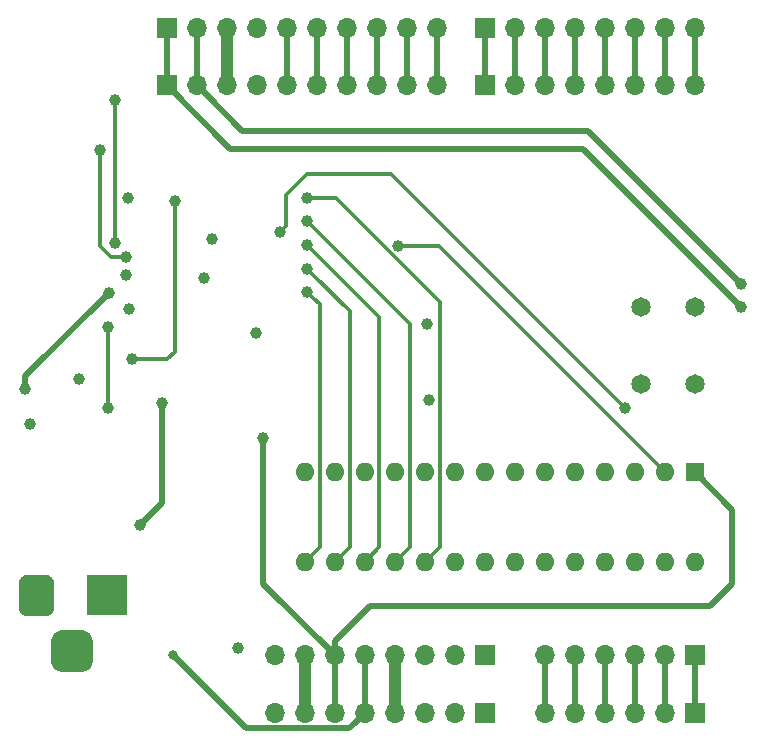
<source format=gbr>
G04 #@! TF.GenerationSoftware,KiCad,Pcbnew,(5.1.5)-3*
G04 #@! TF.CreationDate,2020-05-21T02:42:03+09:00*
G04 #@! TF.ProjectId,custom_arduino,63757374-6f6d-45f6-9172-6475696e6f2e,rev?*
G04 #@! TF.SameCoordinates,Original*
G04 #@! TF.FileFunction,Copper,L2,Bot*
G04 #@! TF.FilePolarity,Positive*
%FSLAX46Y46*%
G04 Gerber Fmt 4.6, Leading zero omitted, Abs format (unit mm)*
G04 Created by KiCad (PCBNEW (5.1.5)-3) date 2020-05-21 02:42:03*
%MOMM*%
%LPD*%
G04 APERTURE LIST*
%ADD10O,1.600000X1.600000*%
%ADD11R,1.600000X1.600000*%
%ADD12C,1.650000*%
%ADD13O,1.700000X1.700000*%
%ADD14R,1.700000X1.700000*%
%ADD15C,0.100000*%
%ADD16R,3.500000X3.500000*%
%ADD17C,1.000000*%
%ADD18C,0.800000*%
%ADD19C,0.500000*%
%ADD20C,1.000000*%
%ADD21C,0.300000*%
G04 APERTURE END LIST*
D10*
X142660000Y-101620000D03*
X109640000Y-94000000D03*
X140120000Y-101620000D03*
X112180000Y-94000000D03*
X137580000Y-101620000D03*
X114720000Y-94000000D03*
X135040000Y-101620000D03*
X117260000Y-94000000D03*
X132500000Y-101620000D03*
X119800000Y-94000000D03*
X129960000Y-101620000D03*
X122340000Y-94000000D03*
X127420000Y-101620000D03*
X124880000Y-94000000D03*
X124880000Y-101620000D03*
X127420000Y-94000000D03*
X122340000Y-101620000D03*
X129960000Y-94000000D03*
X119800000Y-101620000D03*
X132500000Y-94000000D03*
X117260000Y-101620000D03*
X135040000Y-94000000D03*
X114720000Y-101620000D03*
X137580000Y-94000000D03*
X112180000Y-101620000D03*
X140120000Y-94000000D03*
X109640000Y-101620000D03*
D11*
X142660000Y-94000000D03*
D12*
X142660000Y-80040000D03*
X142660000Y-86540000D03*
X138160000Y-80040000D03*
X138160000Y-86540000D03*
D13*
X120820000Y-56400000D03*
X118280000Y-56400000D03*
X115740000Y-56400000D03*
X113200000Y-56400000D03*
X110660000Y-56400000D03*
X108120000Y-56400000D03*
X105580000Y-56400000D03*
X103040000Y-56400000D03*
X100500000Y-56400000D03*
D14*
X97960000Y-56400000D03*
D13*
X142660000Y-56400000D03*
X140120000Y-56400000D03*
X137580000Y-56400000D03*
X135040000Y-56400000D03*
X132500000Y-56400000D03*
X129960000Y-56400000D03*
X127420000Y-56400000D03*
D14*
X124880000Y-56400000D03*
D13*
X129960000Y-114380000D03*
X132500000Y-114380000D03*
X135040000Y-114380000D03*
X137580000Y-114380000D03*
X140120000Y-114380000D03*
D14*
X142660000Y-114380000D03*
D13*
X107100000Y-114380000D03*
X109640000Y-114380000D03*
X112180000Y-114380000D03*
X114720000Y-114380000D03*
X117260000Y-114380000D03*
X119800000Y-114380000D03*
X122340000Y-114380000D03*
D14*
X124880000Y-114380000D03*
D13*
X120820000Y-61260000D03*
X118280000Y-61260000D03*
X115740000Y-61260000D03*
X113200000Y-61260000D03*
X110660000Y-61260000D03*
X108120000Y-61260000D03*
X105580000Y-61260000D03*
X103040000Y-61260000D03*
X100500000Y-61260000D03*
D14*
X97960000Y-61260000D03*
D13*
X142660000Y-61260000D03*
X140120000Y-61260000D03*
X137580000Y-61260000D03*
X135040000Y-61260000D03*
X132500000Y-61260000D03*
X129960000Y-61260000D03*
X127420000Y-61260000D03*
D14*
X124880000Y-61260000D03*
D13*
X129960000Y-109520000D03*
X132500000Y-109520000D03*
X135040000Y-109520000D03*
X137580000Y-109520000D03*
X140120000Y-109520000D03*
D14*
X142660000Y-109520000D03*
D13*
X107100000Y-109520000D03*
X109640000Y-109520000D03*
X112180000Y-109520000D03*
X114720000Y-109520000D03*
X117260000Y-109520000D03*
X119800000Y-109520000D03*
X122340000Y-109520000D03*
D14*
X124880000Y-109520000D03*
G04 #@! TA.AperFunction,ComponentPad*
D15*
G36*
X90900765Y-107394213D02*
G01*
X90985704Y-107406813D01*
X91068999Y-107427677D01*
X91149848Y-107456605D01*
X91227472Y-107493319D01*
X91301124Y-107537464D01*
X91370094Y-107588616D01*
X91433718Y-107646282D01*
X91491384Y-107709906D01*
X91542536Y-107778876D01*
X91586681Y-107852528D01*
X91623395Y-107930152D01*
X91652323Y-108011001D01*
X91673187Y-108094296D01*
X91685787Y-108179235D01*
X91690000Y-108265000D01*
X91690000Y-110015000D01*
X91685787Y-110100765D01*
X91673187Y-110185704D01*
X91652323Y-110268999D01*
X91623395Y-110349848D01*
X91586681Y-110427472D01*
X91542536Y-110501124D01*
X91491384Y-110570094D01*
X91433718Y-110633718D01*
X91370094Y-110691384D01*
X91301124Y-110742536D01*
X91227472Y-110786681D01*
X91149848Y-110823395D01*
X91068999Y-110852323D01*
X90985704Y-110873187D01*
X90900765Y-110885787D01*
X90815000Y-110890000D01*
X89065000Y-110890000D01*
X88979235Y-110885787D01*
X88894296Y-110873187D01*
X88811001Y-110852323D01*
X88730152Y-110823395D01*
X88652528Y-110786681D01*
X88578876Y-110742536D01*
X88509906Y-110691384D01*
X88446282Y-110633718D01*
X88388616Y-110570094D01*
X88337464Y-110501124D01*
X88293319Y-110427472D01*
X88256605Y-110349848D01*
X88227677Y-110268999D01*
X88206813Y-110185704D01*
X88194213Y-110100765D01*
X88190000Y-110015000D01*
X88190000Y-108265000D01*
X88194213Y-108179235D01*
X88206813Y-108094296D01*
X88227677Y-108011001D01*
X88256605Y-107930152D01*
X88293319Y-107852528D01*
X88337464Y-107778876D01*
X88388616Y-107709906D01*
X88446282Y-107646282D01*
X88509906Y-107588616D01*
X88578876Y-107537464D01*
X88652528Y-107493319D01*
X88730152Y-107456605D01*
X88811001Y-107427677D01*
X88894296Y-107406813D01*
X88979235Y-107394213D01*
X89065000Y-107390000D01*
X90815000Y-107390000D01*
X90900765Y-107394213D01*
G37*
G04 #@! TD.AperFunction*
G04 #@! TA.AperFunction,ComponentPad*
G36*
X87763513Y-102693611D02*
G01*
X87836318Y-102704411D01*
X87907714Y-102722295D01*
X87977013Y-102747090D01*
X88043548Y-102778559D01*
X88106678Y-102816398D01*
X88165795Y-102860242D01*
X88220330Y-102909670D01*
X88269758Y-102964205D01*
X88313602Y-103023322D01*
X88351441Y-103086452D01*
X88382910Y-103152987D01*
X88407705Y-103222286D01*
X88425589Y-103293682D01*
X88436389Y-103366487D01*
X88440000Y-103440000D01*
X88440000Y-105440000D01*
X88436389Y-105513513D01*
X88425589Y-105586318D01*
X88407705Y-105657714D01*
X88382910Y-105727013D01*
X88351441Y-105793548D01*
X88313602Y-105856678D01*
X88269758Y-105915795D01*
X88220330Y-105970330D01*
X88165795Y-106019758D01*
X88106678Y-106063602D01*
X88043548Y-106101441D01*
X87977013Y-106132910D01*
X87907714Y-106157705D01*
X87836318Y-106175589D01*
X87763513Y-106186389D01*
X87690000Y-106190000D01*
X86190000Y-106190000D01*
X86116487Y-106186389D01*
X86043682Y-106175589D01*
X85972286Y-106157705D01*
X85902987Y-106132910D01*
X85836452Y-106101441D01*
X85773322Y-106063602D01*
X85714205Y-106019758D01*
X85659670Y-105970330D01*
X85610242Y-105915795D01*
X85566398Y-105856678D01*
X85528559Y-105793548D01*
X85497090Y-105727013D01*
X85472295Y-105657714D01*
X85454411Y-105586318D01*
X85443611Y-105513513D01*
X85440000Y-105440000D01*
X85440000Y-103440000D01*
X85443611Y-103366487D01*
X85454411Y-103293682D01*
X85472295Y-103222286D01*
X85497090Y-103152987D01*
X85528559Y-103086452D01*
X85566398Y-103023322D01*
X85610242Y-102964205D01*
X85659670Y-102909670D01*
X85714205Y-102860242D01*
X85773322Y-102816398D01*
X85836452Y-102778559D01*
X85902987Y-102747090D01*
X85972286Y-102722295D01*
X86043682Y-102704411D01*
X86116487Y-102693611D01*
X86190000Y-102690000D01*
X87690000Y-102690000D01*
X87763513Y-102693611D01*
G37*
G04 #@! TD.AperFunction*
D16*
X92940000Y-104440000D03*
D17*
X120150000Y-87920000D03*
X94790000Y-80210000D03*
X86370000Y-89960000D03*
X90520000Y-86140000D03*
X104020000Y-108870000D03*
X105530000Y-82260000D03*
X101780000Y-74290000D03*
X94540000Y-77340000D03*
X120010000Y-81420000D03*
X94650000Y-70810000D03*
X85980000Y-87000000D03*
X93060000Y-78810000D03*
X97570000Y-88180000D03*
X95700000Y-98480000D03*
X101100000Y-77535000D03*
X106140000Y-91140000D03*
X92290000Y-66700000D03*
X94540000Y-75780000D03*
X93570000Y-74590000D03*
X93570000Y-62479998D03*
X109880000Y-70770000D03*
X98680000Y-71030000D03*
D18*
X98500000Y-109500000D03*
D17*
X94990000Y-84460000D03*
X146590000Y-78100000D03*
X146590000Y-79990000D03*
X117571048Y-74868952D03*
X107587500Y-73640000D03*
X136780001Y-88559999D03*
X109880000Y-78770000D03*
X109880000Y-76770000D03*
X109880000Y-74770000D03*
X109880000Y-72770000D03*
X93000000Y-88550000D03*
X93000000Y-81740000D03*
D19*
X85980000Y-85890000D02*
X85980000Y-87000000D01*
X93060000Y-78810000D02*
X85980000Y-85890000D01*
D20*
X109640000Y-114380000D02*
X109640000Y-109520000D01*
X117260000Y-114380000D02*
X117260000Y-109520000D01*
X103040000Y-56400000D02*
X103040000Y-61260000D01*
D19*
X97570000Y-96610000D02*
X97570000Y-88180000D01*
X95700000Y-98480000D02*
X97570000Y-96610000D01*
X106140000Y-91140000D02*
X106140000Y-103480000D01*
X106140000Y-103480000D02*
X112180000Y-109520000D01*
X112180000Y-114380000D02*
X112180000Y-109520000D01*
X143960000Y-105310000D02*
X145830000Y-103440000D01*
X115187919Y-105310000D02*
X143960000Y-105310000D01*
X145830000Y-103440000D02*
X145830000Y-97170000D01*
X112180000Y-109520000D02*
X112180000Y-108317919D01*
X112180000Y-108317919D02*
X115187919Y-105310000D01*
X145830000Y-97170000D02*
X142660000Y-94000000D01*
D21*
X92290000Y-66700000D02*
X92290000Y-74840000D01*
X93230000Y-75780000D02*
X94540000Y-75780000D01*
X92290000Y-74840000D02*
X93230000Y-75780000D01*
X93570000Y-74590000D02*
X93570000Y-62479998D01*
D19*
X108120000Y-56400000D02*
X108120000Y-61260000D01*
D21*
X121110001Y-100309999D02*
X121110001Y-79610001D01*
X121110001Y-79610001D02*
X112270000Y-70770000D01*
X119800000Y-101620000D02*
X121110001Y-100309999D01*
X110587106Y-70770000D02*
X109880000Y-70770000D01*
X112270000Y-70770000D02*
X110587106Y-70770000D01*
D19*
X98500000Y-109500000D02*
X98510000Y-109500000D01*
X114720000Y-114380000D02*
X114720000Y-109520000D01*
X98500000Y-109500000D02*
X104680001Y-115680001D01*
X113419999Y-115680001D02*
X113870001Y-115229999D01*
X104680001Y-115680001D02*
X113419999Y-115680001D01*
X113870001Y-115229999D02*
X114720000Y-114380000D01*
D21*
X98680000Y-81300000D02*
X98680000Y-71030000D01*
X98680000Y-83790000D02*
X98680000Y-81300000D01*
X94990000Y-84460000D02*
X98010000Y-84460000D01*
X98010000Y-84460000D02*
X98680000Y-83790000D01*
D19*
X129960000Y-114380000D02*
X129960000Y-109520000D01*
X132500000Y-109520000D02*
X132500000Y-114380000D01*
X135040000Y-114380000D02*
X135040000Y-109520000D01*
X137580000Y-114380000D02*
X137580000Y-109520000D01*
X100500000Y-56400000D02*
X100500000Y-61260000D01*
X140120000Y-109520000D02*
X140120000Y-114380000D01*
X101349999Y-62109999D02*
X100500000Y-61260000D01*
X104340000Y-65100000D02*
X101349999Y-62109999D01*
X133590000Y-65100000D02*
X104340000Y-65100000D01*
X146590000Y-78100000D02*
X133590000Y-65100000D01*
X97960000Y-61260000D02*
X97960000Y-56400000D01*
X142660000Y-114380000D02*
X142660000Y-109520000D01*
X133200000Y-66600000D02*
X103300000Y-66600000D01*
X103300000Y-66600000D02*
X97960000Y-61260000D01*
X146590000Y-79990000D02*
X133200000Y-66600000D01*
X142660000Y-61260000D02*
X142660000Y-56400000D01*
D21*
X140120000Y-94000000D02*
X120988952Y-74868952D01*
X118278154Y-74868952D02*
X117571048Y-74868952D01*
X120988952Y-74868952D02*
X118278154Y-74868952D01*
D19*
X140120000Y-61260000D02*
X140120000Y-56400000D01*
D21*
X108087499Y-70562501D02*
X109880000Y-68770000D01*
X109880000Y-68770000D02*
X116990002Y-68770000D01*
X107587500Y-73640000D02*
X108087499Y-73140001D01*
X116990002Y-68770000D02*
X136780001Y-88559999D01*
X108087499Y-73140001D02*
X108087499Y-70562501D01*
D19*
X137580000Y-61260000D02*
X137580000Y-56400000D01*
X135040000Y-56400000D02*
X135040000Y-61260000D01*
X132500000Y-61260000D02*
X132500000Y-56400000D01*
X129960000Y-56400000D02*
X129960000Y-61260000D01*
X127420000Y-61260000D02*
X127420000Y-56400000D01*
X124880000Y-56400000D02*
X124880000Y-61260000D01*
X120820000Y-61260000D02*
X120820000Y-56400000D01*
D21*
X110379999Y-79269999D02*
X109880000Y-78770000D01*
X110900000Y-100350000D02*
X110900000Y-79790000D01*
X109640000Y-101620000D02*
X109640000Y-101610000D01*
X110900000Y-79790000D02*
X110379999Y-79269999D01*
X109640000Y-101610000D02*
X110900000Y-100350000D01*
D19*
X118280000Y-56400000D02*
X118280000Y-61260000D01*
D21*
X113440000Y-100350000D02*
X113440000Y-80330000D01*
X113440000Y-80330000D02*
X110379999Y-77269999D01*
X112180000Y-101620000D02*
X112180000Y-101610000D01*
X110379999Y-77269999D02*
X109880000Y-76770000D01*
X112180000Y-101610000D02*
X113440000Y-100350000D01*
D19*
X115740000Y-61260000D02*
X115740000Y-56400000D01*
D21*
X115970000Y-80860000D02*
X110379999Y-75269999D01*
X114720000Y-101620000D02*
X115970000Y-100370000D01*
X110379999Y-75269999D02*
X109880000Y-74770000D01*
X115970000Y-100370000D02*
X115970000Y-80860000D01*
D19*
X113200000Y-56400000D02*
X113200000Y-61260000D01*
D21*
X110379999Y-73269999D02*
X109880000Y-72770000D01*
X118530000Y-81420000D02*
X110379999Y-73269999D01*
X117260000Y-101620000D02*
X118530000Y-100350000D01*
X118530000Y-100350000D02*
X118530000Y-81420000D01*
D19*
X110660000Y-61260000D02*
X110660000Y-56400000D01*
D21*
X93000000Y-87842894D02*
X93000000Y-81740000D01*
X93000000Y-88550000D02*
X93000000Y-87842894D01*
M02*

</source>
